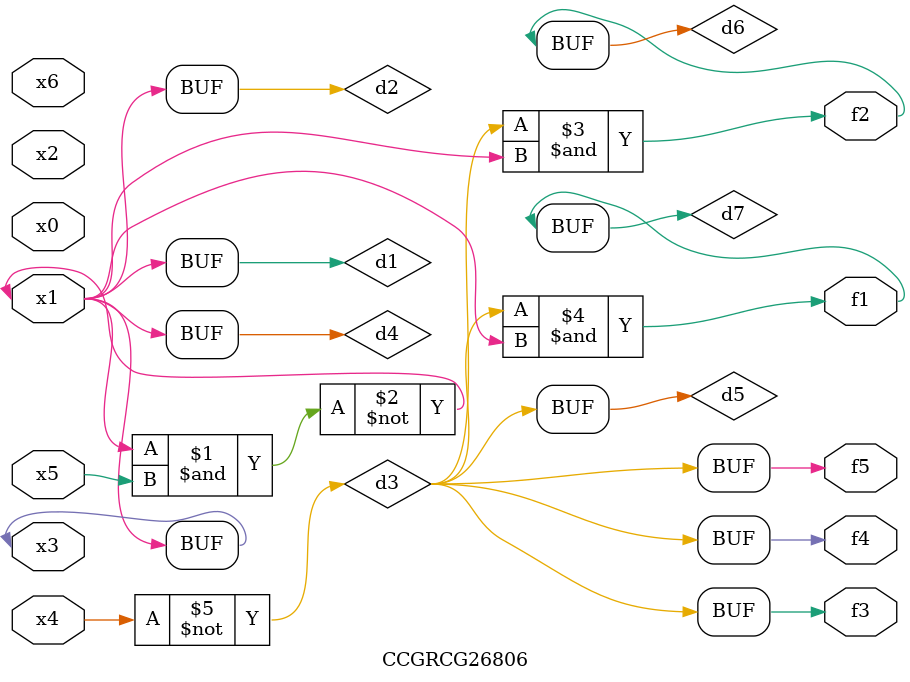
<source format=v>
module CCGRCG26806(
	input x0, x1, x2, x3, x4, x5, x6,
	output f1, f2, f3, f4, f5
);

	wire d1, d2, d3, d4, d5, d6, d7;

	buf (d1, x1, x3);
	nand (d2, x1, x5);
	not (d3, x4);
	buf (d4, d1, d2);
	buf (d5, d3);
	and (d6, d3, d4);
	and (d7, d3, d4);
	assign f1 = d7;
	assign f2 = d6;
	assign f3 = d5;
	assign f4 = d5;
	assign f5 = d5;
endmodule

</source>
